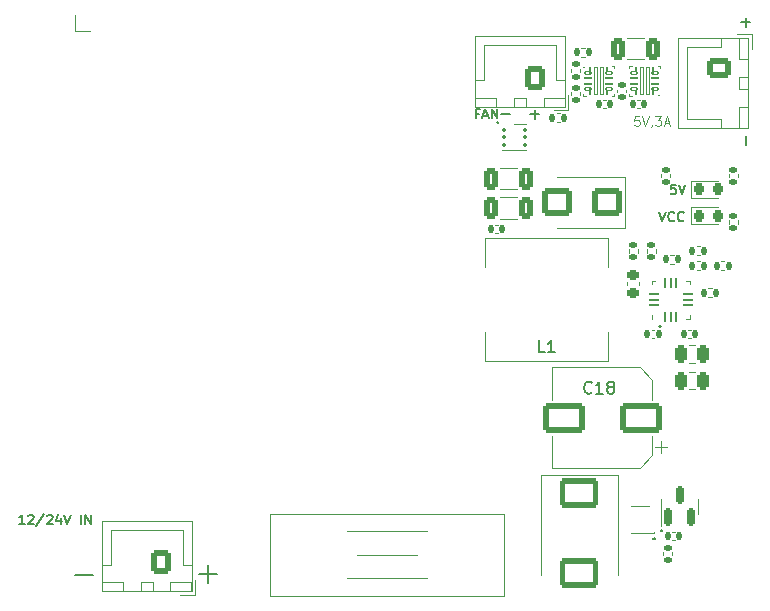
<source format=gbr>
%TF.GenerationSoftware,KiCad,Pcbnew,8.0.8*%
%TF.CreationDate,2025-01-29T16:05:45+00:00*%
%TF.ProjectId,ElectriPi,456c6563-7472-4695-9069-2e6b69636164,rev?*%
%TF.SameCoordinates,PX514cfd0PY31d4590*%
%TF.FileFunction,Legend,Top*%
%TF.FilePolarity,Positive*%
%FSLAX46Y46*%
G04 Gerber Fmt 4.6, Leading zero omitted, Abs format (unit mm)*
G04 Created by KiCad (PCBNEW 8.0.8) date 2025-01-29 16:05:45*
%MOMM*%
%LPD*%
G01*
G04 APERTURE LIST*
G04 Aperture macros list*
%AMRoundRect*
0 Rectangle with rounded corners*
0 $1 Rounding radius*
0 $2 $3 $4 $5 $6 $7 $8 $9 X,Y pos of 4 corners*
0 Add a 4 corners polygon primitive as box body*
4,1,4,$2,$3,$4,$5,$6,$7,$8,$9,$2,$3,0*
0 Add four circle primitives for the rounded corners*
1,1,$1+$1,$2,$3*
1,1,$1+$1,$4,$5*
1,1,$1+$1,$6,$7*
1,1,$1+$1,$8,$9*
0 Add four rect primitives between the rounded corners*
20,1,$1+$1,$2,$3,$4,$5,0*
20,1,$1+$1,$4,$5,$6,$7,0*
20,1,$1+$1,$6,$7,$8,$9,0*
20,1,$1+$1,$8,$9,$2,$3,0*%
%AMFreePoly0*
4,1,15,1.100000,0.175000,0.750000,0.175000,0.750000,-0.175000,1.100000,-0.175000,1.100000,-0.475000,0.750000,-0.475000,-0.750000,-0.475000,-1.100000,-0.475000,-1.100000,-0.175000,-0.750000,-0.175000,-0.750000,0.175000,-1.100000,0.175000,-1.100000,0.475000,1.100000,0.475000,1.100000,0.175000,1.100000,0.175000,$1*%
%AMFreePoly1*
4,1,14,0.289644,0.110355,0.410355,-0.010356,0.425000,-0.045711,0.425000,-0.075000,0.410355,-0.110355,0.375000,-0.125000,-0.375000,-0.125000,-0.410355,-0.110355,-0.425000,-0.075000,-0.425000,0.075000,-0.410355,0.110355,-0.375000,0.125000,0.254289,0.125000,0.289644,0.110355,0.289644,0.110355,$1*%
%AMFreePoly2*
4,1,14,0.410355,0.110355,0.425000,0.075000,0.425000,0.045711,0.410355,0.010356,0.289644,-0.110355,0.254289,-0.125000,-0.375000,-0.125000,-0.410355,-0.110355,-0.425000,-0.075000,-0.425000,0.075000,-0.410355,0.110355,-0.375000,0.125000,0.375000,0.125000,0.410355,0.110355,0.410355,0.110355,$1*%
%AMFreePoly3*
4,1,14,0.110355,0.410355,0.125000,0.375000,0.125000,-0.375000,0.110355,-0.410355,0.075000,-0.425000,-0.075000,-0.425000,-0.110355,-0.410355,-0.125000,-0.375000,-0.125000,0.254289,-0.110355,0.289644,0.010356,0.410355,0.045711,0.425000,0.075000,0.425000,0.110355,0.410355,0.110355,0.410355,$1*%
%AMFreePoly4*
4,1,14,-0.010356,0.410355,0.110355,0.289644,0.125000,0.254289,0.125000,-0.375000,0.110355,-0.410355,0.075000,-0.425000,-0.075000,-0.425000,-0.110355,-0.410355,-0.125000,-0.375000,-0.125000,0.375000,-0.110355,0.410355,-0.075000,0.425000,-0.045711,0.425000,-0.010356,0.410355,-0.010356,0.410355,$1*%
%AMFreePoly5*
4,1,14,0.410355,0.110355,0.425000,0.075000,0.425000,-0.075000,0.410355,-0.110355,0.375000,-0.125000,-0.254289,-0.125000,-0.289644,-0.110355,-0.410355,0.010356,-0.425000,0.045711,-0.425000,0.075000,-0.410355,0.110355,-0.375000,0.125000,0.375000,0.125000,0.410355,0.110355,0.410355,0.110355,$1*%
%AMFreePoly6*
4,1,14,0.410355,0.110355,0.425000,0.075000,0.425000,-0.075000,0.410355,-0.110355,0.375000,-0.125000,-0.375000,-0.125000,-0.410355,-0.110355,-0.425000,-0.075000,-0.425000,-0.045711,-0.410355,-0.010356,-0.289644,0.110355,-0.254289,0.125000,0.375000,0.125000,0.410355,0.110355,0.410355,0.110355,$1*%
%AMFreePoly7*
4,1,14,0.110355,0.410355,0.125000,0.375000,0.125000,-0.254289,0.110355,-0.289644,-0.010356,-0.410355,-0.045711,-0.425000,-0.075000,-0.425000,-0.110355,-0.410355,-0.125000,-0.375000,-0.125000,0.375000,-0.110355,0.410355,-0.075000,0.425000,0.075000,0.425000,0.110355,0.410355,0.110355,0.410355,$1*%
%AMFreePoly8*
4,1,14,0.110355,0.410355,0.125000,0.375000,0.125000,-0.375000,0.110355,-0.410355,0.075000,-0.425000,0.045711,-0.425000,0.010356,-0.410355,-0.110355,-0.289644,-0.125000,-0.254289,-0.125000,0.375000,-0.110355,0.410355,-0.075000,0.425000,0.075000,0.425000,0.110355,0.410355,0.110355,0.410355,$1*%
G04 Aperture macros list end*
%ADD10C,0.150000*%
%ADD11C,0.200000*%
%ADD12C,0.125000*%
%ADD13C,0.160000*%
%ADD14C,0.120000*%
%ADD15C,0.100000*%
%ADD16RoundRect,0.135000X-0.135000X-0.185000X0.135000X-0.185000X0.135000X0.185000X-0.135000X0.185000X0*%
%ADD17RoundRect,0.150000X0.150000X-0.587500X0.150000X0.587500X-0.150000X0.587500X-0.150000X-0.587500X0*%
%ADD18RoundRect,0.140000X0.170000X-0.140000X0.170000X0.140000X-0.170000X0.140000X-0.170000X-0.140000X0*%
%ADD19RoundRect,0.140000X0.140000X0.170000X-0.140000X0.170000X-0.140000X-0.170000X0.140000X-0.170000X0*%
%ADD20RoundRect,0.050000X0.250000X-0.100000X0.250000X0.100000X-0.250000X0.100000X-0.250000X-0.100000X0*%
%ADD21RoundRect,0.050000X0.075000X0.275000X-0.075000X0.275000X-0.075000X-0.275000X0.075000X-0.275000X0*%
%ADD22RoundRect,0.050000X0.250000X-0.075000X0.250000X0.075000X-0.250000X0.075000X-0.250000X-0.075000X0*%
%ADD23RoundRect,0.050000X0.100000X-1.150000X0.100000X1.150000X-0.100000X1.150000X-0.100000X-1.150000X0*%
%ADD24RoundRect,0.135000X-0.185000X0.135000X-0.185000X-0.135000X0.185000X-0.135000X0.185000X0.135000X0*%
%ADD25C,4.700000*%
%ADD26RoundRect,0.093750X-0.093750X-0.106250X0.093750X-0.106250X0.093750X0.106250X-0.093750X0.106250X0*%
%ADD27R,1.000000X1.600000*%
%ADD28RoundRect,0.135000X0.135000X0.185000X-0.135000X0.185000X-0.135000X-0.185000X0.135000X-0.185000X0*%
%ADD29RoundRect,0.250000X0.600000X0.750000X-0.600000X0.750000X-0.600000X-0.750000X0.600000X-0.750000X0*%
%ADD30O,1.700000X2.000000*%
%ADD31RoundRect,0.050000X-0.250000X0.100000X-0.250000X-0.100000X0.250000X-0.100000X0.250000X0.100000X0*%
%ADD32RoundRect,0.050000X-0.075000X-0.275000X0.075000X-0.275000X0.075000X0.275000X-0.075000X0.275000X0*%
%ADD33RoundRect,0.050000X-0.250000X0.075000X-0.250000X-0.075000X0.250000X-0.075000X0.250000X0.075000X0*%
%ADD34RoundRect,0.050000X-0.100000X1.150000X-0.100000X-1.150000X0.100000X-1.150000X0.100000X1.150000X0*%
%ADD35RoundRect,0.225000X0.250000X-0.225000X0.250000X0.225000X-0.250000X0.225000X-0.250000X-0.225000X0*%
%ADD36RoundRect,0.250000X0.325000X0.650000X-0.325000X0.650000X-0.325000X-0.650000X0.325000X-0.650000X0*%
%ADD37FreePoly0,180.000000*%
%ADD38R,0.350000X0.300000*%
%ADD39R,0.870000X0.235000*%
%ADD40RoundRect,0.135000X0.185000X-0.135000X0.185000X0.135000X-0.185000X0.135000X-0.185000X-0.135000X0*%
%ADD41RoundRect,0.250000X-1.400000X-1.000000X1.400000X-1.000000X1.400000X1.000000X-1.400000X1.000000X0*%
%ADD42RoundRect,0.140000X-0.140000X-0.170000X0.140000X-0.170000X0.140000X0.170000X-0.140000X0.170000X0*%
%ADD43RoundRect,0.250000X-0.325000X-0.650000X0.325000X-0.650000X0.325000X0.650000X-0.325000X0.650000X0*%
%ADD44FreePoly1,90.000000*%
%ADD45RoundRect,0.062500X0.062500X-0.362500X0.062500X0.362500X-0.062500X0.362500X-0.062500X-0.362500X0*%
%ADD46FreePoly2,90.000000*%
%ADD47FreePoly3,90.000000*%
%ADD48RoundRect,0.062500X0.362500X-0.062500X0.362500X0.062500X-0.362500X0.062500X-0.362500X-0.062500X0*%
%ADD49FreePoly4,90.000000*%
%ADD50FreePoly5,90.000000*%
%ADD51FreePoly6,90.000000*%
%ADD52FreePoly7,90.000000*%
%ADD53FreePoly8,90.000000*%
%ADD54R,1.600000X1.600000*%
%ADD55C,1.020000*%
%ADD56C,1.270000*%
%ADD57R,1.020000X1.905000*%
%ADD58C,2.780000*%
%ADD59RoundRect,0.250000X1.500000X1.000000X-1.500000X1.000000X-1.500000X-1.000000X1.500000X-1.000000X0*%
%ADD60RoundRect,0.250000X-0.250000X-0.475000X0.250000X-0.475000X0.250000X0.475000X-0.250000X0.475000X0*%
%ADD61RoundRect,0.218750X-0.218750X-0.256250X0.218750X-0.256250X0.218750X0.256250X-0.218750X0.256250X0*%
%ADD62C,7.000000*%
%ADD63R,3.175000X4.950000*%
%ADD64RoundRect,0.250000X-0.750000X0.600000X-0.750000X-0.600000X0.750000X-0.600000X0.750000X0.600000X0*%
%ADD65O,2.000000X1.700000*%
%ADD66RoundRect,0.250000X1.000000X0.900000X-1.000000X0.900000X-1.000000X-0.900000X1.000000X-0.900000X0*%
G04 APERTURE END LIST*
D10*
X45619048Y-15805866D02*
X46380953Y-15805866D01*
X46000000Y-16186819D02*
X46000000Y-15424914D01*
X42890419Y-16500000D02*
X42842800Y-16547619D01*
X42842800Y-16547619D02*
X42795180Y-16500000D01*
X42795180Y-16500000D02*
X42842800Y-16452381D01*
X42842800Y-16452381D02*
X42890419Y-16500000D01*
X42890419Y-16500000D02*
X42795180Y-16500000D01*
D11*
X17588095Y-54697062D02*
X19111905Y-54697062D01*
X18350000Y-53935157D02*
X18350000Y-55458967D01*
X7088095Y-54847062D02*
X8611905Y-54847062D01*
D10*
X56533333Y-24062291D02*
X56800000Y-24862291D01*
X56800000Y-24862291D02*
X57066666Y-24062291D01*
X57790476Y-24786100D02*
X57752380Y-24824196D01*
X57752380Y-24824196D02*
X57638095Y-24862291D01*
X57638095Y-24862291D02*
X57561904Y-24862291D01*
X57561904Y-24862291D02*
X57447618Y-24824196D01*
X57447618Y-24824196D02*
X57371428Y-24748005D01*
X57371428Y-24748005D02*
X57333333Y-24671815D01*
X57333333Y-24671815D02*
X57295237Y-24519434D01*
X57295237Y-24519434D02*
X57295237Y-24405148D01*
X57295237Y-24405148D02*
X57333333Y-24252767D01*
X57333333Y-24252767D02*
X57371428Y-24176576D01*
X57371428Y-24176576D02*
X57447618Y-24100386D01*
X57447618Y-24100386D02*
X57561904Y-24062291D01*
X57561904Y-24062291D02*
X57638095Y-24062291D01*
X57638095Y-24062291D02*
X57752380Y-24100386D01*
X57752380Y-24100386D02*
X57790476Y-24138481D01*
X58590476Y-24786100D02*
X58552380Y-24824196D01*
X58552380Y-24824196D02*
X58438095Y-24862291D01*
X58438095Y-24862291D02*
X58361904Y-24862291D01*
X58361904Y-24862291D02*
X58247618Y-24824196D01*
X58247618Y-24824196D02*
X58171428Y-24748005D01*
X58171428Y-24748005D02*
X58133333Y-24671815D01*
X58133333Y-24671815D02*
X58095237Y-24519434D01*
X58095237Y-24519434D02*
X58095237Y-24405148D01*
X58095237Y-24405148D02*
X58133333Y-24252767D01*
X58133333Y-24252767D02*
X58171428Y-24176576D01*
X58171428Y-24176576D02*
X58247618Y-24100386D01*
X58247618Y-24100386D02*
X58361904Y-24062291D01*
X58361904Y-24062291D02*
X58438095Y-24062291D01*
X58438095Y-24062291D02*
X58552380Y-24100386D01*
X58552380Y-24100386D02*
X58590476Y-24138481D01*
X43119048Y-15773866D02*
X43880953Y-15773866D01*
X57947619Y-21762291D02*
X57566667Y-21762291D01*
X57566667Y-21762291D02*
X57528571Y-22143243D01*
X57528571Y-22143243D02*
X57566667Y-22105148D01*
X57566667Y-22105148D02*
X57642857Y-22067053D01*
X57642857Y-22067053D02*
X57833333Y-22067053D01*
X57833333Y-22067053D02*
X57909524Y-22105148D01*
X57909524Y-22105148D02*
X57947619Y-22143243D01*
X57947619Y-22143243D02*
X57985714Y-22219434D01*
X57985714Y-22219434D02*
X57985714Y-22409910D01*
X57985714Y-22409910D02*
X57947619Y-22486100D01*
X57947619Y-22486100D02*
X57909524Y-22524196D01*
X57909524Y-22524196D02*
X57833333Y-22562291D01*
X57833333Y-22562291D02*
X57642857Y-22562291D01*
X57642857Y-22562291D02*
X57566667Y-22524196D01*
X57566667Y-22524196D02*
X57528571Y-22486100D01*
X58214286Y-21762291D02*
X58480953Y-22562291D01*
X58480953Y-22562291D02*
X58747619Y-21762291D01*
D12*
X54833333Y-15963591D02*
X54452381Y-15963591D01*
X54452381Y-15963591D02*
X54414285Y-16344543D01*
X54414285Y-16344543D02*
X54452381Y-16306448D01*
X54452381Y-16306448D02*
X54528571Y-16268353D01*
X54528571Y-16268353D02*
X54719047Y-16268353D01*
X54719047Y-16268353D02*
X54795238Y-16306448D01*
X54795238Y-16306448D02*
X54833333Y-16344543D01*
X54833333Y-16344543D02*
X54871428Y-16420734D01*
X54871428Y-16420734D02*
X54871428Y-16611210D01*
X54871428Y-16611210D02*
X54833333Y-16687400D01*
X54833333Y-16687400D02*
X54795238Y-16725496D01*
X54795238Y-16725496D02*
X54719047Y-16763591D01*
X54719047Y-16763591D02*
X54528571Y-16763591D01*
X54528571Y-16763591D02*
X54452381Y-16725496D01*
X54452381Y-16725496D02*
X54414285Y-16687400D01*
X55100000Y-15963591D02*
X55366667Y-16763591D01*
X55366667Y-16763591D02*
X55633333Y-15963591D01*
X55938095Y-16725496D02*
X55938095Y-16763591D01*
X55938095Y-16763591D02*
X55900000Y-16839781D01*
X55900000Y-16839781D02*
X55861904Y-16877876D01*
X56204761Y-15963591D02*
X56699999Y-15963591D01*
X56699999Y-15963591D02*
X56433333Y-16268353D01*
X56433333Y-16268353D02*
X56547618Y-16268353D01*
X56547618Y-16268353D02*
X56623809Y-16306448D01*
X56623809Y-16306448D02*
X56661904Y-16344543D01*
X56661904Y-16344543D02*
X56699999Y-16420734D01*
X56699999Y-16420734D02*
X56699999Y-16611210D01*
X56699999Y-16611210D02*
X56661904Y-16687400D01*
X56661904Y-16687400D02*
X56623809Y-16725496D01*
X56623809Y-16725496D02*
X56547618Y-16763591D01*
X56547618Y-16763591D02*
X56319047Y-16763591D01*
X56319047Y-16763591D02*
X56242856Y-16725496D01*
X56242856Y-16725496D02*
X56204761Y-16687400D01*
X57004761Y-16535019D02*
X57385714Y-16535019D01*
X56928571Y-16763591D02*
X57195238Y-15963591D01*
X57195238Y-15963591D02*
X57461904Y-16763591D01*
D10*
X56600000Y-33709580D02*
X56647619Y-33757200D01*
X56647619Y-33757200D02*
X56600000Y-33804819D01*
X56600000Y-33804819D02*
X56552381Y-33757200D01*
X56552381Y-33757200D02*
X56600000Y-33709580D01*
X56600000Y-33709580D02*
X56600000Y-33804819D01*
X63873866Y-8380947D02*
X63873866Y-7619043D01*
X64254819Y-7999995D02*
X63492914Y-7999995D01*
X56140419Y-51750000D02*
X56092800Y-51797619D01*
X56092800Y-51797619D02*
X56045180Y-51750000D01*
X56045180Y-51750000D02*
X56092800Y-51702381D01*
X56092800Y-51702381D02*
X56140419Y-51750000D01*
X56140419Y-51750000D02*
X56045180Y-51750000D01*
X63873866Y-18380947D02*
X63873866Y-17619043D01*
X41252381Y-15743247D02*
X40985715Y-15743247D01*
X40985715Y-16162295D02*
X40985715Y-15362295D01*
X40985715Y-15362295D02*
X41366667Y-15362295D01*
X41633333Y-15933723D02*
X42014286Y-15933723D01*
X41557143Y-16162295D02*
X41823810Y-15362295D01*
X41823810Y-15362295D02*
X42090476Y-16162295D01*
X42357143Y-16162295D02*
X42357143Y-15362295D01*
X42357143Y-15362295D02*
X42814286Y-16162295D01*
X42814286Y-16162295D02*
X42814286Y-15362295D01*
X56690000Y-51034580D02*
X56737619Y-51082200D01*
X56737619Y-51082200D02*
X56690000Y-51129819D01*
X56690000Y-51129819D02*
X56642381Y-51082200D01*
X56642381Y-51082200D02*
X56690000Y-51034580D01*
X56690000Y-51034580D02*
X56690000Y-51129819D01*
D13*
X2809523Y-50511771D02*
X2352380Y-50511771D01*
X2580952Y-50511771D02*
X2580952Y-49711771D01*
X2580952Y-49711771D02*
X2504761Y-49826056D01*
X2504761Y-49826056D02*
X2428571Y-49902247D01*
X2428571Y-49902247D02*
X2352380Y-49940342D01*
X3114285Y-49787961D02*
X3152381Y-49749866D01*
X3152381Y-49749866D02*
X3228571Y-49711771D01*
X3228571Y-49711771D02*
X3419047Y-49711771D01*
X3419047Y-49711771D02*
X3495238Y-49749866D01*
X3495238Y-49749866D02*
X3533333Y-49787961D01*
X3533333Y-49787961D02*
X3571428Y-49864152D01*
X3571428Y-49864152D02*
X3571428Y-49940342D01*
X3571428Y-49940342D02*
X3533333Y-50054628D01*
X3533333Y-50054628D02*
X3076190Y-50511771D01*
X3076190Y-50511771D02*
X3571428Y-50511771D01*
X4485714Y-49673676D02*
X3800000Y-50702247D01*
X4714285Y-49787961D02*
X4752381Y-49749866D01*
X4752381Y-49749866D02*
X4828571Y-49711771D01*
X4828571Y-49711771D02*
X5019047Y-49711771D01*
X5019047Y-49711771D02*
X5095238Y-49749866D01*
X5095238Y-49749866D02*
X5133333Y-49787961D01*
X5133333Y-49787961D02*
X5171428Y-49864152D01*
X5171428Y-49864152D02*
X5171428Y-49940342D01*
X5171428Y-49940342D02*
X5133333Y-50054628D01*
X5133333Y-50054628D02*
X4676190Y-50511771D01*
X4676190Y-50511771D02*
X5171428Y-50511771D01*
X5857143Y-49978437D02*
X5857143Y-50511771D01*
X5666667Y-49673676D02*
X5476190Y-50245104D01*
X5476190Y-50245104D02*
X5971429Y-50245104D01*
X6161905Y-49711771D02*
X6428572Y-50511771D01*
X6428572Y-50511771D02*
X6695238Y-49711771D01*
X7571429Y-50511771D02*
X7571429Y-49711771D01*
X7952381Y-50511771D02*
X7952381Y-49711771D01*
X7952381Y-49711771D02*
X8409524Y-50511771D01*
X8409524Y-50511771D02*
X8409524Y-49711771D01*
D10*
X50807142Y-39359580D02*
X50759523Y-39407200D01*
X50759523Y-39407200D02*
X50616666Y-39454819D01*
X50616666Y-39454819D02*
X50521428Y-39454819D01*
X50521428Y-39454819D02*
X50378571Y-39407200D01*
X50378571Y-39407200D02*
X50283333Y-39311961D01*
X50283333Y-39311961D02*
X50235714Y-39216723D01*
X50235714Y-39216723D02*
X50188095Y-39026247D01*
X50188095Y-39026247D02*
X50188095Y-38883390D01*
X50188095Y-38883390D02*
X50235714Y-38692914D01*
X50235714Y-38692914D02*
X50283333Y-38597676D01*
X50283333Y-38597676D02*
X50378571Y-38502438D01*
X50378571Y-38502438D02*
X50521428Y-38454819D01*
X50521428Y-38454819D02*
X50616666Y-38454819D01*
X50616666Y-38454819D02*
X50759523Y-38502438D01*
X50759523Y-38502438D02*
X50807142Y-38550057D01*
X51759523Y-39454819D02*
X51188095Y-39454819D01*
X51473809Y-39454819D02*
X51473809Y-38454819D01*
X51473809Y-38454819D02*
X51378571Y-38597676D01*
X51378571Y-38597676D02*
X51283333Y-38692914D01*
X51283333Y-38692914D02*
X51188095Y-38740533D01*
X52330952Y-38883390D02*
X52235714Y-38835771D01*
X52235714Y-38835771D02*
X52188095Y-38788152D01*
X52188095Y-38788152D02*
X52140476Y-38692914D01*
X52140476Y-38692914D02*
X52140476Y-38645295D01*
X52140476Y-38645295D02*
X52188095Y-38550057D01*
X52188095Y-38550057D02*
X52235714Y-38502438D01*
X52235714Y-38502438D02*
X52330952Y-38454819D01*
X52330952Y-38454819D02*
X52521428Y-38454819D01*
X52521428Y-38454819D02*
X52616666Y-38502438D01*
X52616666Y-38502438D02*
X52664285Y-38550057D01*
X52664285Y-38550057D02*
X52711904Y-38645295D01*
X52711904Y-38645295D02*
X52711904Y-38692914D01*
X52711904Y-38692914D02*
X52664285Y-38788152D01*
X52664285Y-38788152D02*
X52616666Y-38835771D01*
X52616666Y-38835771D02*
X52521428Y-38883390D01*
X52521428Y-38883390D02*
X52330952Y-38883390D01*
X52330952Y-38883390D02*
X52235714Y-38931009D01*
X52235714Y-38931009D02*
X52188095Y-38978628D01*
X52188095Y-38978628D02*
X52140476Y-39073866D01*
X52140476Y-39073866D02*
X52140476Y-39264342D01*
X52140476Y-39264342D02*
X52188095Y-39359580D01*
X52188095Y-39359580D02*
X52235714Y-39407200D01*
X52235714Y-39407200D02*
X52330952Y-39454819D01*
X52330952Y-39454819D02*
X52521428Y-39454819D01*
X52521428Y-39454819D02*
X52616666Y-39407200D01*
X52616666Y-39407200D02*
X52664285Y-39359580D01*
X52664285Y-39359580D02*
X52711904Y-39264342D01*
X52711904Y-39264342D02*
X52711904Y-39073866D01*
X52711904Y-39073866D02*
X52664285Y-38978628D01*
X52664285Y-38978628D02*
X52616666Y-38931009D01*
X52616666Y-38931009D02*
X52521428Y-38883390D01*
X46833333Y-35954819D02*
X46357143Y-35954819D01*
X46357143Y-35954819D02*
X46357143Y-34954819D01*
X47690476Y-35954819D02*
X47119048Y-35954819D01*
X47404762Y-35954819D02*
X47404762Y-34954819D01*
X47404762Y-34954819D02*
X47309524Y-35097676D01*
X47309524Y-35097676D02*
X47214286Y-35192914D01*
X47214286Y-35192914D02*
X47119048Y-35240533D01*
D14*
%TO.C,R11*%
X59696359Y-26970000D02*
X60003641Y-26970000D01*
X59696359Y-27730000D02*
X60003641Y-27730000D01*
%TO.C,D4*%
X56690000Y-49000000D02*
X56690000Y-48350000D01*
X56690000Y-49000000D02*
X56690000Y-50675000D01*
X59810000Y-49000000D02*
X59810000Y-48350000D01*
X59810000Y-49000000D02*
X59810000Y-49650000D01*
%TO.C,C9*%
X52990000Y-13937836D02*
X52990000Y-13722164D01*
X53710000Y-13937836D02*
X53710000Y-13722164D01*
%TO.C,C8*%
X56107836Y-34040000D02*
X55892164Y-34040000D01*
X56107836Y-34760000D02*
X55892164Y-34760000D01*
D15*
%TO.C,U4*%
X54000000Y-11700000D02*
X54000000Y-11900000D01*
X54000000Y-14300000D02*
X54000000Y-14100000D01*
X54200000Y-11700000D02*
X54000000Y-11700000D01*
X54200000Y-14300000D02*
X54000000Y-14300000D01*
X56400000Y-11700000D02*
X56600000Y-11700000D01*
X56600000Y-11700000D02*
X56600000Y-11900000D01*
D11*
X56500001Y-14200000D02*
X56500001Y-14200000D01*
X56500001Y-14200000D01*
X56500001Y-14200000D01*
X56500001Y-14200000D01*
X56500001Y-14200000D01*
X56500001Y-14200001D01*
X56500001Y-14200001D01*
X56500001Y-14200001D01*
X56500001Y-14200001D01*
X56500001Y-14200001D01*
X56500001Y-14200001D01*
X56500001Y-14200001D01*
X56500000Y-14200001D01*
X56500000Y-14200001D01*
X56500000Y-14200001D01*
X56500000Y-14200001D01*
X56500000Y-14200001D01*
X56500000Y-14200001D01*
X56500000Y-14200001D01*
X56500000Y-14200001D01*
X56500000Y-14200001D01*
X56500000Y-14200001D01*
X56500000Y-14200001D01*
X56500000Y-14200001D01*
X56499999Y-14200001D01*
X56499999Y-14200001D01*
X56499999Y-14200001D01*
X56499999Y-14200001D01*
X56499999Y-14200001D01*
X56499999Y-14200001D01*
X56499999Y-14200000D01*
X56499999Y-14200000D01*
X56499999Y-14200000D01*
X56499999Y-14200000D01*
X56499999Y-14200000D01*
X56499999Y-14200000D01*
X56499999Y-14200000D02*
X56499999Y-14200000D01*
X56499999Y-14200000D01*
X56499999Y-14200000D01*
X56499999Y-14200000D01*
X56499999Y-14200000D01*
X56499999Y-14200000D01*
X56499999Y-14199999D01*
X56499999Y-14199999D01*
X56499999Y-14199999D01*
X56499999Y-14199999D01*
X56499999Y-14199999D01*
X56500000Y-14199999D01*
X56500000Y-14199999D01*
X56500000Y-14199999D01*
X56500000Y-14199999D01*
X56500000Y-14199999D01*
X56500000Y-14199999D01*
X56500000Y-14199999D01*
X56500000Y-14199999D01*
X56500000Y-14199999D01*
X56500000Y-14199999D01*
X56500000Y-14199999D01*
X56500000Y-14199999D01*
X56500001Y-14199999D01*
X56500001Y-14199999D01*
X56500001Y-14199999D01*
X56500001Y-14199999D01*
X56500001Y-14199999D01*
X56500001Y-14199999D01*
X56500001Y-14200000D01*
X56500001Y-14200000D01*
X56500001Y-14200000D01*
X56500001Y-14200000D01*
X56500001Y-14200000D01*
X56500001Y-14200000D01*
X56500001Y-14200000D01*
D14*
%TO.C,R13*%
X56720000Y-20846359D02*
X56720000Y-21153641D01*
X57480000Y-20846359D02*
X57480000Y-21153641D01*
%TO.C,U3*%
X43250000Y-18860000D02*
X45250000Y-18860000D01*
X44250000Y-16640000D02*
X45250000Y-16640000D01*
%TO.C,R10*%
X48153641Y-15720000D02*
X47846359Y-15720000D01*
X48153641Y-16480000D02*
X47846359Y-16480000D01*
%TO.C,J1*%
X9320000Y-50235996D02*
X9320000Y-56205996D01*
X9320000Y-56205996D02*
X16940000Y-56205996D01*
X9330000Y-53945996D02*
X10080000Y-53945996D01*
X9330000Y-55445996D02*
X9330000Y-56195996D01*
X9330000Y-56195996D02*
X11130000Y-56195996D01*
X10080000Y-50995996D02*
X13130000Y-50995996D01*
X10080000Y-53945996D02*
X10080000Y-50995996D01*
X11130000Y-55445996D02*
X9330000Y-55445996D01*
X11130000Y-56195996D02*
X11130000Y-55445996D01*
X12630000Y-55445996D02*
X12630000Y-56195996D01*
X12630000Y-56195996D02*
X13630000Y-56195996D01*
X13630000Y-55445996D02*
X12630000Y-55445996D01*
X13630000Y-56195996D02*
X13630000Y-55445996D01*
X15130000Y-55445996D02*
X15130000Y-56195996D01*
X15130000Y-56195996D02*
X16930000Y-56195996D01*
X15980000Y-56495996D02*
X17230000Y-56495996D01*
X16180000Y-50995996D02*
X13130000Y-50995996D01*
X16180000Y-53945996D02*
X16180000Y-50995996D01*
X16930000Y-53945996D02*
X16180000Y-53945996D01*
X16930000Y-55445996D02*
X15130000Y-55445996D01*
X16930000Y-56195996D02*
X16930000Y-55445996D01*
X16940000Y-50235996D02*
X9320000Y-50235996D01*
X16940000Y-56205996D02*
X16940000Y-50235996D01*
X17230000Y-56495996D02*
X17230000Y-55245996D01*
D15*
%TO.C,U1*%
X50100000Y-14300000D02*
X50100000Y-14100000D01*
X50300000Y-14300000D02*
X50100000Y-14300000D01*
X52500000Y-11700000D02*
X52700000Y-11700000D01*
X52500000Y-14300000D02*
X52700000Y-14300000D01*
X52700000Y-11700000D02*
X52700000Y-11900000D01*
X52700000Y-14300000D02*
X52700000Y-14100000D01*
D11*
X50200001Y-11800000D02*
X50200001Y-11800000D01*
X50200001Y-11800000D01*
X50200001Y-11800000D01*
X50200001Y-11800000D01*
X50200001Y-11800000D01*
X50200001Y-11800001D01*
X50200001Y-11800001D01*
X50200001Y-11800001D01*
X50200001Y-11800001D01*
X50200001Y-11800001D01*
X50200001Y-11800001D01*
X50200001Y-11800001D01*
X50200000Y-11800001D01*
X50200000Y-11800001D01*
X50200000Y-11800001D01*
X50200000Y-11800001D01*
X50200000Y-11800001D01*
X50200000Y-11800001D01*
X50200000Y-11800001D01*
X50200000Y-11800001D01*
X50200000Y-11800001D01*
X50200000Y-11800001D01*
X50200000Y-11800001D01*
X50200000Y-11800001D01*
X50199999Y-11800001D01*
X50199999Y-11800001D01*
X50199999Y-11800001D01*
X50199999Y-11800001D01*
X50199999Y-11800001D01*
X50199999Y-11800001D01*
X50199999Y-11800000D01*
X50199999Y-11800000D01*
X50199999Y-11800000D01*
X50199999Y-11800000D01*
X50199999Y-11800000D01*
X50199999Y-11800000D01*
X50199999Y-11800000D02*
X50199999Y-11800000D01*
X50199999Y-11800000D01*
X50199999Y-11800000D01*
X50199999Y-11800000D01*
X50199999Y-11800000D01*
X50199999Y-11800000D01*
X50199999Y-11799999D01*
X50199999Y-11799999D01*
X50199999Y-11799999D01*
X50199999Y-11799999D01*
X50199999Y-11799999D01*
X50200000Y-11799999D01*
X50200000Y-11799999D01*
X50200000Y-11799999D01*
X50200000Y-11799999D01*
X50200000Y-11799999D01*
X50200000Y-11799999D01*
X50200000Y-11799999D01*
X50200000Y-11799999D01*
X50200000Y-11799999D01*
X50200000Y-11799999D01*
X50200000Y-11799999D01*
X50200000Y-11799999D01*
X50200001Y-11799999D01*
X50200001Y-11799999D01*
X50200001Y-11799999D01*
X50200001Y-11799999D01*
X50200001Y-11799999D01*
X50200001Y-11799999D01*
X50200001Y-11800000D01*
X50200001Y-11800000D01*
X50200001Y-11800000D01*
X50200001Y-11800000D01*
X50200001Y-11800000D01*
X50200001Y-11800000D01*
X50200001Y-11800000D01*
D14*
%TO.C,C3*%
X53840000Y-30290580D02*
X53840000Y-30009420D01*
X54860000Y-30290580D02*
X54860000Y-30009420D01*
%TO.C,R14*%
X57446359Y-27720000D02*
X57753641Y-27720000D01*
X57446359Y-28480000D02*
X57753641Y-28480000D01*
%TO.C,C5*%
X44461252Y-20340000D02*
X43038748Y-20340000D01*
X44461252Y-22160000D02*
X43038748Y-22160000D01*
%TO.C,Q1*%
X54175000Y-49000000D02*
X55675000Y-49000000D01*
X56125000Y-51300000D02*
X54175000Y-51300000D01*
X56125000Y-51300000D02*
X56125000Y-51200000D01*
%TO.C,R3*%
X56870000Y-53153641D02*
X56870000Y-52846359D01*
X57630000Y-53153641D02*
X57630000Y-52846359D01*
%TO.C,D1*%
X46500000Y-46340000D02*
X46500000Y-54850000D01*
X46500000Y-46340000D02*
X53000000Y-46340000D01*
X53000000Y-46340000D02*
X53000000Y-54850000D01*
%TO.C,R1*%
X61746359Y-28270000D02*
X62053641Y-28270000D01*
X61746359Y-29030000D02*
X62053641Y-29030000D01*
%TO.C,C6*%
X58972164Y-34040000D02*
X59187836Y-34040000D01*
X58972164Y-34760000D02*
X59187836Y-34760000D01*
%TO.C,C12*%
X53788748Y-9340000D02*
X55211252Y-9340000D01*
X53788748Y-11160000D02*
X55211252Y-11160000D01*
%TO.C,R5*%
X55470000Y-27553641D02*
X55470000Y-27246359D01*
X56230000Y-27553641D02*
X56230000Y-27246359D01*
%TO.C,IC2*%
X55890000Y-29890000D02*
X56215000Y-29890000D01*
X55890000Y-30215000D02*
X55890000Y-29890000D01*
X55890000Y-32785000D02*
X55890000Y-33110000D01*
X59110000Y-29890000D02*
X58785000Y-29890000D01*
X59110000Y-30215000D02*
X59110000Y-29890000D01*
X59110000Y-32785000D02*
X59110000Y-33110000D01*
X59110000Y-33110000D02*
X58785000Y-33110000D01*
%TO.C,R12*%
X61003641Y-30520000D02*
X60696359Y-30520000D01*
X61003641Y-31280000D02*
X60696359Y-31280000D01*
%TO.C,J6*%
X7040000Y-8770000D02*
X7040000Y-7440000D01*
X8370000Y-8770000D02*
X7040000Y-8770000D01*
%TO.C,C4*%
X44461252Y-22840000D02*
X43038748Y-22840000D01*
X44461252Y-24660000D02*
X43038748Y-24660000D01*
%TO.C,C11*%
X54907836Y-14590000D02*
X54692164Y-14590000D01*
X54907836Y-15310000D02*
X54692164Y-15310000D01*
%TO.C,R6*%
X62420000Y-21153637D02*
X62420000Y-20846355D01*
X63180000Y-21153637D02*
X63180000Y-20846355D01*
%TO.C,F1*%
X23600000Y-49630000D02*
X23600000Y-56570000D01*
X23600000Y-56570000D02*
X43400000Y-56570000D01*
X30100000Y-51100000D02*
X36900000Y-51100000D01*
X30950000Y-53100000D02*
X36050000Y-53100000D01*
X36900000Y-55100000D02*
X30100000Y-55100000D01*
X43400000Y-49630000D02*
X23600000Y-49630000D01*
X43400000Y-56570000D02*
X43400000Y-49630000D01*
%TO.C,C18*%
X47440000Y-37240000D02*
X47440000Y-39990000D01*
X47440000Y-45760000D02*
X47440000Y-43010000D01*
X54895563Y-37240000D02*
X47440000Y-37240000D01*
X54895563Y-45760000D02*
X47440000Y-45760000D01*
X55960000Y-38304437D02*
X54895563Y-37240000D01*
X55960000Y-38304437D02*
X55960000Y-39990000D01*
X55960000Y-44695563D02*
X54895563Y-45760000D01*
X55960000Y-44695563D02*
X55960000Y-43010000D01*
X56700000Y-44510000D02*
X56700000Y-43510000D01*
X57200000Y-44010000D02*
X56200000Y-44010000D01*
%TO.C,J3*%
X40940000Y-9190000D02*
X40940000Y-15160000D01*
X40940000Y-15160000D02*
X48560000Y-15160000D01*
X40950000Y-12900000D02*
X41700000Y-12900000D01*
X40950000Y-14400000D02*
X40950000Y-15150000D01*
X40950000Y-15150000D02*
X42750000Y-15150000D01*
X41700000Y-9950000D02*
X44750000Y-9950000D01*
X41700000Y-12900000D02*
X41700000Y-9950000D01*
X42750000Y-14400000D02*
X40950000Y-14400000D01*
X42750000Y-15150000D02*
X42750000Y-14400000D01*
X44250000Y-14400000D02*
X44250000Y-15150000D01*
X44250000Y-15150000D02*
X45250000Y-15150000D01*
X45250000Y-14400000D02*
X44250000Y-14400000D01*
X45250000Y-15150000D02*
X45250000Y-14400000D01*
X46750000Y-14400000D02*
X46750000Y-15150000D01*
X46750000Y-15150000D02*
X48550000Y-15150000D01*
X47600000Y-15450000D02*
X48850000Y-15450000D01*
X47800000Y-9950000D02*
X44750000Y-9950000D01*
X47800000Y-12900000D02*
X47800000Y-9950000D01*
X48550000Y-12900000D02*
X47800000Y-12900000D01*
X48550000Y-14400000D02*
X46750000Y-14400000D01*
X48550000Y-15150000D02*
X48550000Y-14400000D01*
X48560000Y-9190000D02*
X40940000Y-9190000D01*
X48560000Y-15160000D02*
X48560000Y-9190000D01*
X48850000Y-15450000D02*
X48850000Y-14200000D01*
%TO.C,R9*%
X49070000Y-13896359D02*
X49070000Y-14203641D01*
X49830000Y-13896359D02*
X49830000Y-14203641D01*
%TO.C,C1*%
X59038748Y-35365000D02*
X59561252Y-35365000D01*
X59038748Y-36835000D02*
X59561252Y-36835000D01*
%TO.C,R2*%
X49070000Y-11946359D02*
X49070000Y-12253641D01*
X49830000Y-11946359D02*
X49830000Y-12253641D01*
%TO.C,C7*%
X42857836Y-25140000D02*
X42642164Y-25140000D01*
X42857836Y-25860000D02*
X42642164Y-25860000D01*
%TO.C,R4*%
X53970000Y-27246359D02*
X53970000Y-27553641D01*
X54730000Y-27246359D02*
X54730000Y-27553641D01*
%TO.C,C2*%
X59038748Y-37615000D02*
X59561252Y-37615000D01*
X59038748Y-39085000D02*
X59561252Y-39085000D01*
%TO.C,D5*%
X59215000Y-23664996D02*
X59215000Y-25134996D01*
X59215000Y-25134996D02*
X61500000Y-25134996D01*
X61500000Y-23664996D02*
X59215000Y-23664996D01*
%TO.C,C10*%
X51792164Y-14590000D02*
X52007836Y-14590000D01*
X51792164Y-15310000D02*
X52007836Y-15310000D01*
%TO.C,D3*%
X59202500Y-21414996D02*
X59202500Y-22884996D01*
X59202500Y-22884996D02*
X61487500Y-22884996D01*
X61487500Y-21414996D02*
X59202500Y-21414996D01*
%TO.C,L1*%
X41820000Y-26320000D02*
X41820000Y-28725000D01*
X41820000Y-36680000D02*
X41820000Y-34275000D01*
X52180000Y-26320000D02*
X41820000Y-26320000D01*
X52180000Y-28725000D02*
X52180000Y-26320000D01*
X52180000Y-34275000D02*
X52180000Y-36680000D01*
X52180000Y-36680000D02*
X41820000Y-36680000D01*
%TO.C,R8*%
X62420000Y-24756355D02*
X62420000Y-25063637D01*
X63180000Y-24756355D02*
X63180000Y-25063637D01*
%TO.C,J4*%
X58090000Y-9339996D02*
X58090000Y-16959996D01*
X58090000Y-16959996D02*
X64060000Y-16959996D01*
X58850000Y-10099996D02*
X58850000Y-13149996D01*
X58850000Y-16199996D02*
X58850000Y-13149996D01*
X61800000Y-9349996D02*
X61800000Y-10099996D01*
X61800000Y-10099996D02*
X58850000Y-10099996D01*
X61800000Y-16199996D02*
X58850000Y-16199996D01*
X61800000Y-16949996D02*
X61800000Y-16199996D01*
X63300000Y-9349996D02*
X63300000Y-11149996D01*
X63300000Y-11149996D02*
X64050000Y-11149996D01*
X63300000Y-12649996D02*
X63300000Y-13649996D01*
X63300000Y-13649996D02*
X64050000Y-13649996D01*
X63300000Y-15149996D02*
X63300000Y-16949996D01*
X63300000Y-16949996D02*
X64050000Y-16949996D01*
X64050000Y-9349996D02*
X63300000Y-9349996D01*
X64050000Y-11149996D02*
X64050000Y-9349996D01*
X64050000Y-12649996D02*
X63300000Y-12649996D01*
X64050000Y-13649996D02*
X64050000Y-12649996D01*
X64050000Y-15149996D02*
X63300000Y-15149996D01*
X64050000Y-16949996D02*
X64050000Y-15149996D01*
X64060000Y-9339996D02*
X58090000Y-9339996D01*
X64060000Y-16959996D02*
X64060000Y-9339996D01*
X64350000Y-9049996D02*
X63100000Y-9049996D01*
X64350000Y-10299996D02*
X64350000Y-9049996D01*
%TO.C,D2*%
X53660000Y-21100000D02*
X47850000Y-21100000D01*
X53660000Y-25400000D02*
X47850000Y-25400000D01*
X53660000Y-25400000D02*
X53660000Y-21100000D01*
%TO.C,R15*%
X50253641Y-10170000D02*
X49946359Y-10170000D01*
X50253641Y-10930000D02*
X49946359Y-10930000D01*
%TO.C,C17*%
X57642164Y-51140000D02*
X57857836Y-51140000D01*
X57642164Y-51860000D02*
X57857836Y-51860000D01*
%TO.C,R7*%
X60003641Y-28270000D02*
X59696359Y-28270000D01*
X60003641Y-29030000D02*
X59696359Y-29030000D01*
%TD*%
%LPC*%
D16*
%TO.C,R11*%
X59340000Y-27350000D03*
X60360000Y-27350000D03*
%TD*%
D17*
%TO.C,D4*%
X57300000Y-49937500D03*
X59200000Y-49937500D03*
X58250000Y-48062500D03*
%TD*%
D18*
%TO.C,C9*%
X53350000Y-14310000D03*
X53350000Y-13350000D03*
%TD*%
D19*
%TO.C,C8*%
X56480000Y-34400000D03*
X55520000Y-34400000D03*
%TD*%
D20*
%TO.C,U4*%
X56200000Y-13700000D03*
D21*
X56025000Y-13875000D03*
D22*
X56200000Y-13225000D03*
X56200000Y-12775000D03*
D20*
X56200000Y-12300000D03*
D21*
X56025000Y-12125000D03*
D23*
X55550000Y-13000000D03*
X55050000Y-13000000D03*
D21*
X54575000Y-12125000D03*
D20*
X54400000Y-12300000D03*
D22*
X54400000Y-12775000D03*
X54400000Y-13225000D03*
D21*
X54575000Y-13875000D03*
D20*
X54400000Y-13700000D03*
%TD*%
D24*
%TO.C,R13*%
X57100000Y-20490000D03*
X57100000Y-21510000D03*
%TD*%
D25*
%TO.C,H2*%
X3500000Y-4500000D03*
%TD*%
D26*
%TO.C,U3*%
X43362500Y-17100000D03*
X43362500Y-17750000D03*
X43362500Y-18400000D03*
X45137500Y-18400000D03*
X45137500Y-17750000D03*
X45137500Y-17100000D03*
D27*
X44250000Y-17750000D03*
%TD*%
D28*
%TO.C,R10*%
X48510000Y-16100000D03*
X47490000Y-16100000D03*
%TD*%
D29*
%TO.C,J1*%
X14380000Y-53745996D03*
D30*
X11880000Y-53745996D03*
%TD*%
D31*
%TO.C,U1*%
X50500000Y-12300000D03*
D32*
X50675000Y-12125000D03*
D33*
X50500000Y-12775000D03*
X50500000Y-13225000D03*
D31*
X50500000Y-13700000D03*
D32*
X50675000Y-13875000D03*
D34*
X51150000Y-13000000D03*
X51650000Y-13000000D03*
D32*
X52125000Y-13875000D03*
D31*
X52300000Y-13700000D03*
D33*
X52300000Y-13225000D03*
X52300000Y-12775000D03*
D32*
X52125000Y-12125000D03*
D31*
X52300000Y-12300000D03*
%TD*%
D35*
%TO.C,C3*%
X54350000Y-30925000D03*
X54350000Y-29375000D03*
%TD*%
D16*
%TO.C,R14*%
X57090000Y-28100000D03*
X58110000Y-28100000D03*
%TD*%
D36*
%TO.C,C5*%
X45225000Y-21250000D03*
X42275000Y-21250000D03*
%TD*%
D37*
%TO.C,Q1*%
X54925000Y-50475000D03*
D38*
X55850000Y-49500000D03*
D39*
X54885000Y-49500000D03*
D38*
X54000000Y-49500000D03*
%TD*%
D40*
%TO.C,R3*%
X57250000Y-53510000D03*
X57250000Y-52490000D03*
%TD*%
D41*
%TO.C,D1*%
X49750000Y-47850000D03*
X49750000Y-54650000D03*
%TD*%
D16*
%TO.C,R1*%
X61390000Y-28650000D03*
X62410000Y-28650000D03*
%TD*%
D42*
%TO.C,C6*%
X58600000Y-34400000D03*
X59560000Y-34400000D03*
%TD*%
D43*
%TO.C,C12*%
X53025000Y-10250000D03*
X55975000Y-10250000D03*
%TD*%
D40*
%TO.C,R5*%
X55850000Y-27910000D03*
X55850000Y-26890000D03*
%TD*%
D44*
%TO.C,IC2*%
X56600000Y-32950000D03*
D45*
X57050000Y-32950000D03*
X57500000Y-32950000D03*
X57950000Y-32950000D03*
D46*
X58400000Y-32950000D03*
D47*
X58950000Y-32400000D03*
D48*
X58950000Y-31950000D03*
X58950000Y-31500000D03*
X58950000Y-31050000D03*
D49*
X58950000Y-30600000D03*
D50*
X58400000Y-30050000D03*
D45*
X57950000Y-30050000D03*
X57500000Y-30050000D03*
X57050000Y-30050000D03*
D51*
X56600000Y-30050000D03*
D52*
X56050000Y-30600000D03*
D48*
X56050000Y-31050000D03*
X56050000Y-31500000D03*
X56050000Y-31950000D03*
D53*
X56050000Y-32400000D03*
D54*
X57500000Y-31500000D03*
%TD*%
D28*
%TO.C,R12*%
X61360000Y-30900000D03*
X60340000Y-30900000D03*
%TD*%
D55*
%TO.C,J6*%
X8370000Y-5770000D03*
X10910000Y-5770000D03*
X13450000Y-5770000D03*
X15990000Y-5770000D03*
X18530000Y-5770000D03*
X21070000Y-5770000D03*
X23610000Y-5770000D03*
X26150000Y-5770000D03*
X28690000Y-5770000D03*
X31230000Y-5770000D03*
X33770000Y-5770000D03*
X36310000Y-5770000D03*
X38850000Y-5770000D03*
X41390000Y-5770000D03*
X43930000Y-5770000D03*
X46470000Y-5770000D03*
X49010000Y-5770000D03*
X51550000Y-5770000D03*
X54090000Y-5770000D03*
X56630000Y-5770000D03*
D56*
X9640000Y-4500000D03*
X55360000Y-4500000D03*
D55*
X8370000Y-3230000D03*
X10910000Y-3230000D03*
X13450000Y-3230000D03*
X15990000Y-3230000D03*
X18530000Y-3230000D03*
X21070000Y-3230000D03*
X23610000Y-3230000D03*
X26150000Y-3230000D03*
X28690000Y-3230000D03*
X31230000Y-3230000D03*
X33770000Y-3230000D03*
X36310000Y-3230000D03*
X38850000Y-3230000D03*
X41390000Y-3230000D03*
X43930000Y-3230000D03*
X46470000Y-3230000D03*
X49010000Y-3230000D03*
X51550000Y-3230000D03*
X54090000Y-3230000D03*
X56630000Y-3230000D03*
D57*
X8370000Y-7548000D03*
X8370000Y-1452000D03*
X10910000Y-7548000D03*
X10910000Y-1452000D03*
X13450000Y-7548000D03*
X13450000Y-1452000D03*
X15990000Y-7548000D03*
X15990000Y-1452000D03*
X18530000Y-7548000D03*
X18530000Y-1452000D03*
X21070000Y-7548000D03*
X21070000Y-1452000D03*
X23610000Y-7548000D03*
X23610000Y-1452000D03*
X26150000Y-7548000D03*
X26150000Y-1452000D03*
X28690000Y-7548000D03*
X28690000Y-1452000D03*
X31230000Y-7548000D03*
X31230000Y-1452000D03*
X33770000Y-7548000D03*
X33770000Y-1452000D03*
X36310000Y-7548000D03*
X36310000Y-1452000D03*
X38850000Y-7548000D03*
X38850000Y-1452000D03*
X41390000Y-7548000D03*
X41390000Y-1452000D03*
X43930000Y-7548000D03*
X43930000Y-1452000D03*
X46470000Y-7548000D03*
X46470000Y-1452000D03*
X49010000Y-7548000D03*
X49010000Y-1452000D03*
X51550000Y-7548000D03*
X51550000Y-1452000D03*
X54090000Y-7548000D03*
X54090000Y-1452000D03*
X56630000Y-7548000D03*
X56630000Y-1452000D03*
%TD*%
D36*
%TO.C,C4*%
X45225000Y-23750000D03*
X42275000Y-23750000D03*
%TD*%
D19*
%TO.C,C11*%
X55280000Y-14950000D03*
X54320000Y-14950000D03*
%TD*%
D40*
%TO.C,R6*%
X62800000Y-21509996D03*
X62800000Y-20489996D03*
%TD*%
D58*
%TO.C,F1*%
X26740000Y-51400000D03*
X26740000Y-54800000D03*
X40240000Y-51400000D03*
X40240000Y-54800000D03*
%TD*%
D59*
%TO.C,C18*%
X54950000Y-41500000D03*
X48450000Y-41500000D03*
%TD*%
D29*
%TO.C,J3*%
X46000000Y-12700000D03*
D30*
X43500000Y-12700000D03*
%TD*%
D24*
%TO.C,R9*%
X49450000Y-13540000D03*
X49450000Y-14560000D03*
%TD*%
D60*
%TO.C,C1*%
X58350000Y-36100000D03*
X60250000Y-36100000D03*
%TD*%
D24*
%TO.C,R2*%
X49450000Y-11590000D03*
X49450000Y-12610000D03*
%TD*%
D25*
%TO.C,H3*%
X61500000Y-4500000D03*
%TD*%
D19*
%TO.C,C7*%
X43230000Y-25500000D03*
X42270000Y-25500000D03*
%TD*%
D24*
%TO.C,R4*%
X54350000Y-26890000D03*
X54350000Y-27910000D03*
%TD*%
D60*
%TO.C,C2*%
X58350000Y-38350000D03*
X60250000Y-38350000D03*
%TD*%
D61*
%TO.C,D5*%
X59912500Y-24399996D03*
X61487500Y-24399996D03*
%TD*%
D62*
%TO.C,U2*%
X4250000Y-13100000D03*
X36250000Y-13100000D03*
X4250000Y-45100000D03*
X36250000Y-45100000D03*
%TD*%
D42*
%TO.C,C10*%
X51420000Y-14950000D03*
X52380000Y-14950000D03*
%TD*%
D61*
%TO.C,D3*%
X59900000Y-22149996D03*
X61475000Y-22149996D03*
%TD*%
D63*
%TO.C,L1*%
X51507500Y-31500000D03*
X42492500Y-31500000D03*
%TD*%
D24*
%TO.C,R8*%
X62800000Y-24399996D03*
X62800000Y-25419996D03*
%TD*%
D64*
%TO.C,J4*%
X61600000Y-11899996D03*
D65*
X61600000Y-14399996D03*
%TD*%
D25*
%TO.C,H1*%
X61500000Y-53500000D03*
%TD*%
D66*
%TO.C,D2*%
X52150000Y-23250000D03*
X47850000Y-23250000D03*
%TD*%
D25*
%TO.C,H4*%
X3500000Y-53500000D03*
%TD*%
D28*
%TO.C,R15*%
X50610000Y-10550000D03*
X49590000Y-10550000D03*
%TD*%
D42*
%TO.C,C17*%
X57270000Y-51500000D03*
X58230000Y-51500000D03*
%TD*%
D28*
%TO.C,R7*%
X60360000Y-28650000D03*
X59340000Y-28650000D03*
%TD*%
%LPD*%
M02*

</source>
